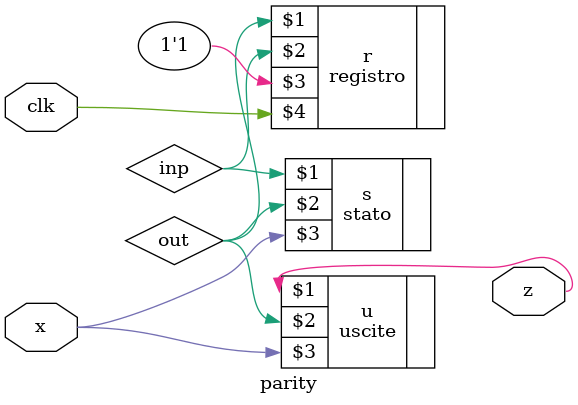
<source format=v>
/*
Questo modulo rappresenta una rete di mealy per il 
calcolo della parità di una data sequenza di bit.
La parità dipende da se il numero di "1" è pari o no.
*/
//Per differenziarlo da altri, lo stato e la z li faccio con primitiva:
module parity(output z, input x, input clk);
    //due "uscite":
    wire inp,out;
    //È un automa di mealy quindi ha un registro, due "uscite":
    registro #(1) r(out,inp,1'b1,clk);

    //le uscite:
    uscite u(z,out,x);
    //Lo stato:
    stato s(inp, out,x);
    
endmodule
</source>
